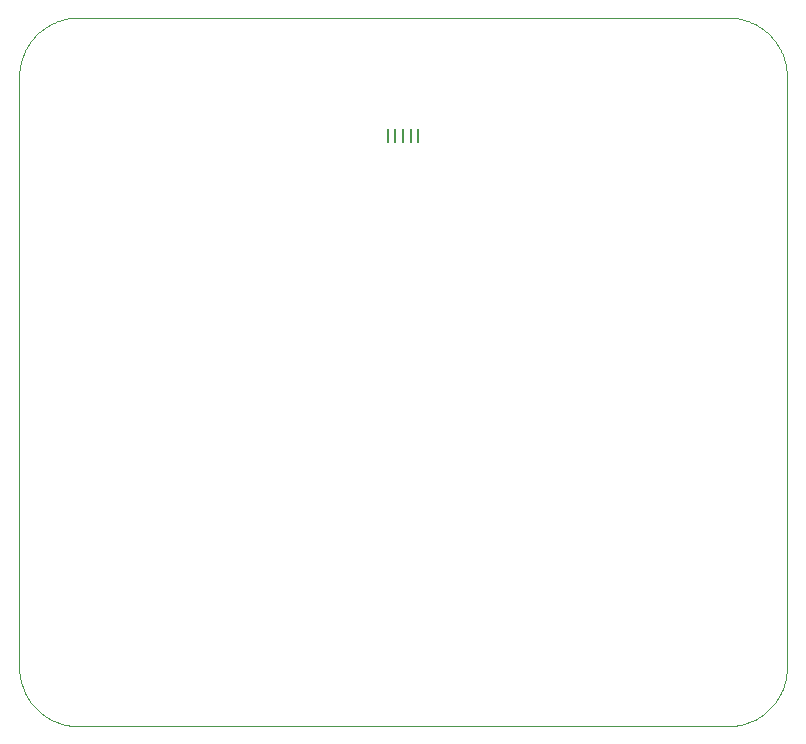
<source format=gbp>
G75*
%MOIN*%
%OFA0B0*%
%FSLAX25Y25*%
%IPPOS*%
%LPD*%
%AMOC8*
5,1,8,0,0,1.08239X$1,22.5*
%
%ADD10C,0.00000*%
%ADD11R,0.01024X0.05118*%
D10*
X0105861Y0042839D02*
X0105861Y0239689D01*
X0105862Y0239689D02*
X0105868Y0240165D01*
X0105885Y0240640D01*
X0105914Y0241115D01*
X0105954Y0241589D01*
X0106006Y0242062D01*
X0106069Y0242533D01*
X0106143Y0243003D01*
X0106229Y0243471D01*
X0106326Y0243937D01*
X0106434Y0244400D01*
X0106553Y0244860D01*
X0106684Y0245318D01*
X0106825Y0245772D01*
X0106978Y0246223D01*
X0107141Y0246669D01*
X0107315Y0247112D01*
X0107500Y0247550D01*
X0107695Y0247984D01*
X0107901Y0248413D01*
X0108117Y0248837D01*
X0108343Y0249256D01*
X0108579Y0249669D01*
X0108825Y0250076D01*
X0109081Y0250477D01*
X0109347Y0250871D01*
X0109622Y0251260D01*
X0109906Y0251641D01*
X0110199Y0252015D01*
X0110501Y0252383D01*
X0110813Y0252743D01*
X0111132Y0253095D01*
X0111460Y0253439D01*
X0111797Y0253776D01*
X0112141Y0254104D01*
X0112493Y0254423D01*
X0112853Y0254735D01*
X0113221Y0255037D01*
X0113595Y0255330D01*
X0113976Y0255614D01*
X0114365Y0255889D01*
X0114759Y0256155D01*
X0115160Y0256411D01*
X0115567Y0256657D01*
X0115980Y0256893D01*
X0116399Y0257119D01*
X0116823Y0257335D01*
X0117252Y0257541D01*
X0117686Y0257736D01*
X0118124Y0257921D01*
X0118567Y0258095D01*
X0119013Y0258258D01*
X0119464Y0258411D01*
X0119918Y0258552D01*
X0120376Y0258683D01*
X0120836Y0258802D01*
X0121299Y0258910D01*
X0121765Y0259007D01*
X0122233Y0259093D01*
X0122703Y0259167D01*
X0123174Y0259230D01*
X0123647Y0259282D01*
X0124121Y0259322D01*
X0124596Y0259351D01*
X0125071Y0259368D01*
X0125547Y0259374D01*
X0342082Y0259374D01*
X0342558Y0259368D01*
X0343033Y0259351D01*
X0343508Y0259322D01*
X0343982Y0259282D01*
X0344455Y0259230D01*
X0344926Y0259167D01*
X0345396Y0259093D01*
X0345864Y0259007D01*
X0346330Y0258910D01*
X0346793Y0258802D01*
X0347253Y0258683D01*
X0347711Y0258552D01*
X0348165Y0258411D01*
X0348616Y0258258D01*
X0349062Y0258095D01*
X0349505Y0257921D01*
X0349943Y0257736D01*
X0350377Y0257541D01*
X0350806Y0257335D01*
X0351230Y0257119D01*
X0351649Y0256893D01*
X0352062Y0256657D01*
X0352469Y0256411D01*
X0352870Y0256155D01*
X0353264Y0255889D01*
X0353653Y0255614D01*
X0354034Y0255330D01*
X0354408Y0255037D01*
X0354776Y0254735D01*
X0355136Y0254423D01*
X0355488Y0254104D01*
X0355832Y0253776D01*
X0356169Y0253439D01*
X0356497Y0253095D01*
X0356816Y0252743D01*
X0357128Y0252383D01*
X0357430Y0252015D01*
X0357723Y0251641D01*
X0358007Y0251260D01*
X0358282Y0250871D01*
X0358548Y0250477D01*
X0358804Y0250076D01*
X0359050Y0249669D01*
X0359286Y0249256D01*
X0359512Y0248837D01*
X0359728Y0248413D01*
X0359934Y0247984D01*
X0360129Y0247550D01*
X0360314Y0247112D01*
X0360488Y0246669D01*
X0360651Y0246223D01*
X0360804Y0245772D01*
X0360945Y0245318D01*
X0361076Y0244860D01*
X0361195Y0244400D01*
X0361303Y0243937D01*
X0361400Y0243471D01*
X0361486Y0243003D01*
X0361560Y0242533D01*
X0361623Y0242062D01*
X0361675Y0241589D01*
X0361715Y0241115D01*
X0361744Y0240640D01*
X0361761Y0240165D01*
X0361767Y0239689D01*
X0361767Y0042839D01*
X0361761Y0042363D01*
X0361744Y0041888D01*
X0361715Y0041413D01*
X0361675Y0040939D01*
X0361623Y0040466D01*
X0361560Y0039995D01*
X0361486Y0039525D01*
X0361400Y0039057D01*
X0361303Y0038591D01*
X0361195Y0038128D01*
X0361076Y0037668D01*
X0360945Y0037210D01*
X0360804Y0036756D01*
X0360651Y0036305D01*
X0360488Y0035859D01*
X0360314Y0035416D01*
X0360129Y0034978D01*
X0359934Y0034544D01*
X0359728Y0034115D01*
X0359512Y0033691D01*
X0359286Y0033272D01*
X0359050Y0032859D01*
X0358804Y0032452D01*
X0358548Y0032051D01*
X0358282Y0031657D01*
X0358007Y0031268D01*
X0357723Y0030887D01*
X0357430Y0030513D01*
X0357128Y0030145D01*
X0356816Y0029785D01*
X0356497Y0029433D01*
X0356169Y0029089D01*
X0355832Y0028752D01*
X0355488Y0028424D01*
X0355136Y0028105D01*
X0354776Y0027793D01*
X0354408Y0027491D01*
X0354034Y0027198D01*
X0353653Y0026914D01*
X0353264Y0026639D01*
X0352870Y0026373D01*
X0352469Y0026117D01*
X0352062Y0025871D01*
X0351649Y0025635D01*
X0351230Y0025409D01*
X0350806Y0025193D01*
X0350377Y0024987D01*
X0349943Y0024792D01*
X0349505Y0024607D01*
X0349062Y0024433D01*
X0348616Y0024270D01*
X0348165Y0024117D01*
X0347711Y0023976D01*
X0347253Y0023845D01*
X0346793Y0023726D01*
X0346330Y0023618D01*
X0345864Y0023521D01*
X0345396Y0023435D01*
X0344926Y0023361D01*
X0344455Y0023298D01*
X0343982Y0023246D01*
X0343508Y0023206D01*
X0343033Y0023177D01*
X0342558Y0023160D01*
X0342082Y0023154D01*
X0125547Y0023154D01*
X0125071Y0023160D01*
X0124596Y0023177D01*
X0124121Y0023206D01*
X0123647Y0023246D01*
X0123174Y0023298D01*
X0122703Y0023361D01*
X0122233Y0023435D01*
X0121765Y0023521D01*
X0121299Y0023618D01*
X0120836Y0023726D01*
X0120376Y0023845D01*
X0119918Y0023976D01*
X0119464Y0024117D01*
X0119013Y0024270D01*
X0118567Y0024433D01*
X0118124Y0024607D01*
X0117686Y0024792D01*
X0117252Y0024987D01*
X0116823Y0025193D01*
X0116399Y0025409D01*
X0115980Y0025635D01*
X0115567Y0025871D01*
X0115160Y0026117D01*
X0114759Y0026373D01*
X0114365Y0026639D01*
X0113976Y0026914D01*
X0113595Y0027198D01*
X0113221Y0027491D01*
X0112853Y0027793D01*
X0112493Y0028105D01*
X0112141Y0028424D01*
X0111797Y0028752D01*
X0111460Y0029089D01*
X0111132Y0029433D01*
X0110813Y0029785D01*
X0110501Y0030145D01*
X0110199Y0030513D01*
X0109906Y0030887D01*
X0109622Y0031268D01*
X0109347Y0031657D01*
X0109081Y0032051D01*
X0108825Y0032452D01*
X0108579Y0032859D01*
X0108343Y0033272D01*
X0108117Y0033691D01*
X0107901Y0034115D01*
X0107695Y0034544D01*
X0107500Y0034978D01*
X0107315Y0035416D01*
X0107141Y0035859D01*
X0106978Y0036305D01*
X0106825Y0036756D01*
X0106684Y0037210D01*
X0106553Y0037668D01*
X0106434Y0038128D01*
X0106326Y0038591D01*
X0106229Y0039057D01*
X0106143Y0039525D01*
X0106069Y0039995D01*
X0106006Y0040466D01*
X0105954Y0040939D01*
X0105914Y0041413D01*
X0105885Y0041888D01*
X0105868Y0042363D01*
X0105862Y0042839D01*
D11*
X0228696Y0220004D03*
X0231255Y0220004D03*
X0233814Y0220004D03*
X0236373Y0220004D03*
X0238932Y0220004D03*
M02*

</source>
